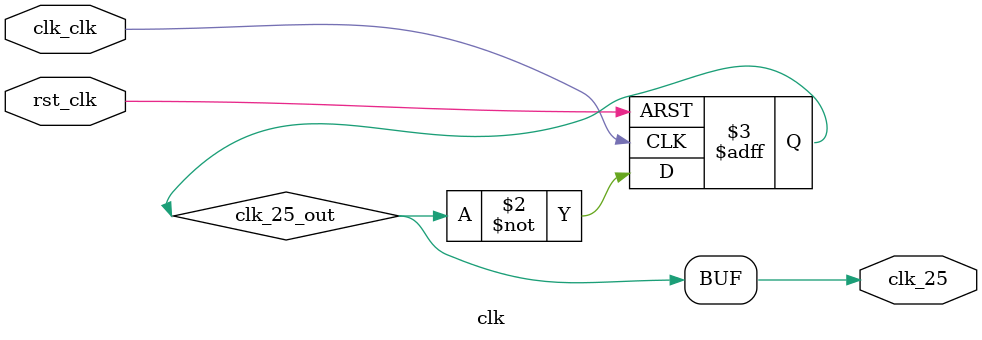
<source format=v>
module clk(
    clk_clk,
    rst_clk,

    clk_25/*25 MHz clock generation*/
);

/*-----------------------------------------------------I/O*/

input clk_clk, rst_clk;
output clk_25;

/*-----------------------------------------------------*/

reg clk_25_out;

/*-----------------------------------------------------*/

always @(posedge clk_clk or posedge rst_clk) begin
    if(rst_clk) begin
        clk_25_out <= 0;
    end
    else begin
        clk_25_out <= ~clk_25_out;
    end
end

/*-----------------------------------------------------*/

assign clk_25 = clk_25_out;

/*-----------------------------------------------------*/

endmodule
</source>
